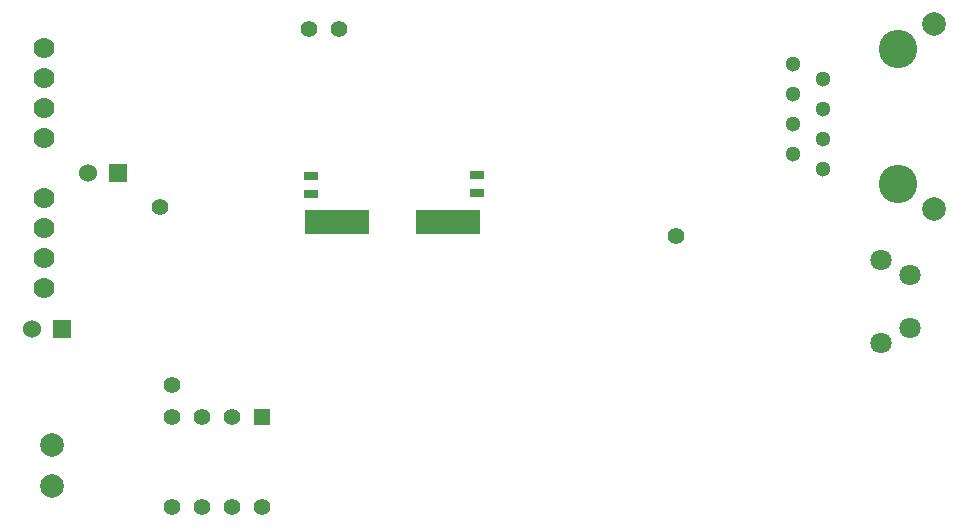
<source format=gbs>
G04 (created by PCBNEW (2013-mar-13)-stable) date Mon 23 Mar 2015 11:07:48 AM CET*
%MOIN*%
G04 Gerber Fmt 3.4, Leading zero omitted, Abs format*
%FSLAX34Y34*%
G01*
G70*
G90*
G04 APERTURE LIST*
%ADD10C,0.005906*%
%ADD11R,0.045000X0.025000*%
%ADD12R,0.216500X0.078700*%
%ADD13C,0.070000*%
%ADD14C,0.055100*%
%ADD15R,0.060000X0.060000*%
%ADD16C,0.060000*%
%ADD17C,0.051181*%
%ADD18C,0.128000*%
%ADD19C,0.078740*%
%ADD20C,0.070866*%
%ADD21R,0.055000X0.055000*%
%ADD22C,0.055000*%
G04 APERTURE END LIST*
G54D10*
G54D11*
X55110Y-36970D03*
X55110Y-36370D03*
X49580Y-37010D03*
X49580Y-36410D03*
G54D12*
X54140Y-37930D03*
X50440Y-37930D03*
G54D13*
X40675Y-35155D03*
X40675Y-34155D03*
X40675Y-33155D03*
X40675Y-32155D03*
G54D14*
X50500Y-31500D03*
X49500Y-31500D03*
G54D13*
X40675Y-40155D03*
X40675Y-39155D03*
X40675Y-38155D03*
X40675Y-37155D03*
G54D14*
X61760Y-38400D03*
X44550Y-37450D03*
G54D15*
X43150Y-36300D03*
G54D16*
X42150Y-36300D03*
G54D15*
X41280Y-41510D03*
G54D16*
X40280Y-41510D03*
G54D17*
X66630Y-34180D03*
X65630Y-34680D03*
X65630Y-33680D03*
X66630Y-33180D03*
X65630Y-32680D03*
X66630Y-35180D03*
X65630Y-35680D03*
X66630Y-36180D03*
G54D18*
X69130Y-36680D03*
X69130Y-32180D03*
G54D19*
X70330Y-37500D03*
X70330Y-31359D03*
G54D20*
X69550Y-41475D03*
X69550Y-39704D03*
X68565Y-41967D03*
X68565Y-39212D03*
G54D19*
X40940Y-45361D03*
X40940Y-46738D03*
G54D14*
X44960Y-43390D03*
G54D21*
X47960Y-44450D03*
G54D22*
X46960Y-44450D03*
X45960Y-44450D03*
X44960Y-44450D03*
X44960Y-47450D03*
X45960Y-47450D03*
X46960Y-47450D03*
X47960Y-47450D03*
M02*

</source>
